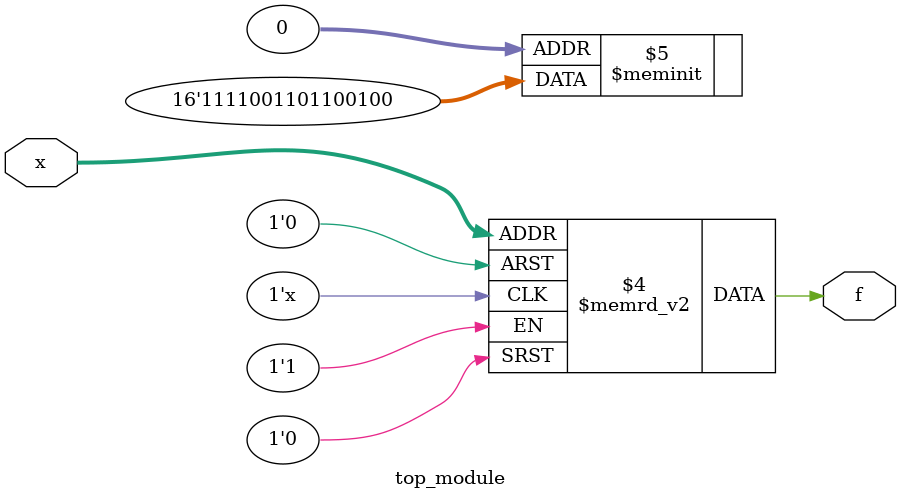
<source format=sv>
module top_module (
    input [4:1] x,
    output logic f
);

    always_comb begin
        case (x)
            4'b0000: f = 1'b0; // d
            4'b0001: f = 1'b0;
            4'b0010: f = 1'b1; // d
            4'b0011: f = 1'b0; // d
            4'b0100: f = 1'b0;
            4'b0101: f = 1'b1; // d
            4'b0110: f = 1'b1;
            4'b0111: f = 1'b0;
            4'b1000: f = 1'b1;
            4'b1001: f = 1'b1;
            4'b1010: f = 1'b0;
            4'b1011: f = 1'b0; // d
            4'b1100: f = 1'b1;
            4'b1101: f = 1'b1;
            4'b1110: f = 1'b1; // d
            4'b1111: f = 1'b1; // d
        endcase
    end

endmodule

</source>
